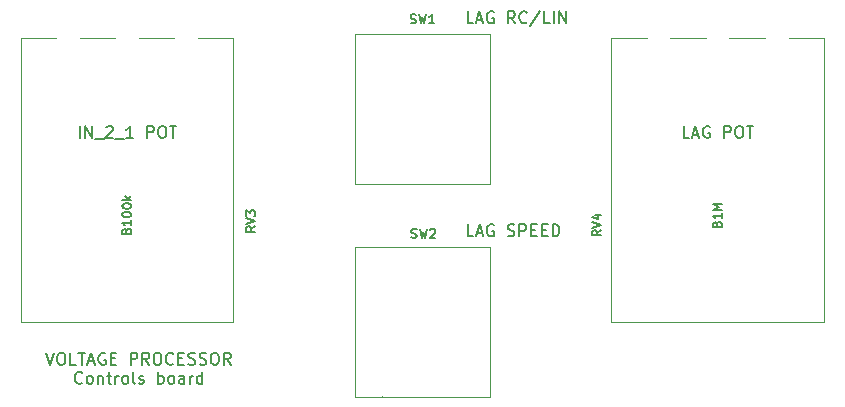
<source format=gto>
G04 #@! TF.GenerationSoftware,KiCad,Pcbnew,6.0.7-f9a2dced07~116~ubuntu22.04.1*
G04 #@! TF.CreationDate,2022-09-02T23:43:53-04:00*
G04 #@! TF.ProjectId,voltproc_b2,766f6c74-7072-46f6-935f-62322e6b6963,rev?*
G04 #@! TF.SameCoordinates,Original*
G04 #@! TF.FileFunction,Legend,Top*
G04 #@! TF.FilePolarity,Positive*
%FSLAX46Y46*%
G04 Gerber Fmt 4.6, Leading zero omitted, Abs format (unit mm)*
G04 Created by KiCad (PCBNEW 6.0.7-f9a2dced07~116~ubuntu22.04.1) date 2022-09-02 23:43:53*
%MOMM*%
%LPD*%
G01*
G04 APERTURE LIST*
%ADD10C,0.150000*%
%ADD11C,0.120000*%
G04 APERTURE END LIST*
D10*
X54815047Y-40272380D02*
X54338857Y-40272380D01*
X54338857Y-39272380D01*
X55100761Y-39986666D02*
X55576952Y-39986666D01*
X55005523Y-40272380D02*
X55338857Y-39272380D01*
X55672190Y-40272380D01*
X56529333Y-39320000D02*
X56434095Y-39272380D01*
X56291238Y-39272380D01*
X56148380Y-39320000D01*
X56053142Y-39415238D01*
X56005523Y-39510476D01*
X55957904Y-39700952D01*
X55957904Y-39843809D01*
X56005523Y-40034285D01*
X56053142Y-40129523D01*
X56148380Y-40224761D01*
X56291238Y-40272380D01*
X56386476Y-40272380D01*
X56529333Y-40224761D01*
X56576952Y-40177142D01*
X56576952Y-39843809D01*
X56386476Y-39843809D01*
X57719809Y-40224761D02*
X57862666Y-40272380D01*
X58100761Y-40272380D01*
X58196000Y-40224761D01*
X58243619Y-40177142D01*
X58291238Y-40081904D01*
X58291238Y-39986666D01*
X58243619Y-39891428D01*
X58196000Y-39843809D01*
X58100761Y-39796190D01*
X57910285Y-39748571D01*
X57815047Y-39700952D01*
X57767428Y-39653333D01*
X57719809Y-39558095D01*
X57719809Y-39462857D01*
X57767428Y-39367619D01*
X57815047Y-39320000D01*
X57910285Y-39272380D01*
X58148380Y-39272380D01*
X58291238Y-39320000D01*
X58719809Y-40272380D02*
X58719809Y-39272380D01*
X59100761Y-39272380D01*
X59196000Y-39320000D01*
X59243619Y-39367619D01*
X59291238Y-39462857D01*
X59291238Y-39605714D01*
X59243619Y-39700952D01*
X59196000Y-39748571D01*
X59100761Y-39796190D01*
X58719809Y-39796190D01*
X59719809Y-39748571D02*
X60053142Y-39748571D01*
X60196000Y-40272380D02*
X59719809Y-40272380D01*
X59719809Y-39272380D01*
X60196000Y-39272380D01*
X60624571Y-39748571D02*
X60957904Y-39748571D01*
X61100761Y-40272380D02*
X60624571Y-40272380D01*
X60624571Y-39272380D01*
X61100761Y-39272380D01*
X61529333Y-40272380D02*
X61529333Y-39272380D01*
X61767428Y-39272380D01*
X61910285Y-39320000D01*
X62005523Y-39415238D01*
X62053142Y-39510476D01*
X62100761Y-39700952D01*
X62100761Y-39843809D01*
X62053142Y-40034285D01*
X62005523Y-40129523D01*
X61910285Y-40224761D01*
X61767428Y-40272380D01*
X61529333Y-40272380D01*
X18642857Y-50147380D02*
X18976190Y-51147380D01*
X19309523Y-50147380D01*
X19833333Y-50147380D02*
X20023809Y-50147380D01*
X20119047Y-50195000D01*
X20214285Y-50290238D01*
X20261904Y-50480714D01*
X20261904Y-50814047D01*
X20214285Y-51004523D01*
X20119047Y-51099761D01*
X20023809Y-51147380D01*
X19833333Y-51147380D01*
X19738095Y-51099761D01*
X19642857Y-51004523D01*
X19595238Y-50814047D01*
X19595238Y-50480714D01*
X19642857Y-50290238D01*
X19738095Y-50195000D01*
X19833333Y-50147380D01*
X21166666Y-51147380D02*
X20690476Y-51147380D01*
X20690476Y-50147380D01*
X21357142Y-50147380D02*
X21928571Y-50147380D01*
X21642857Y-51147380D02*
X21642857Y-50147380D01*
X22214285Y-50861666D02*
X22690476Y-50861666D01*
X22119047Y-51147380D02*
X22452380Y-50147380D01*
X22785714Y-51147380D01*
X23642857Y-50195000D02*
X23547619Y-50147380D01*
X23404761Y-50147380D01*
X23261904Y-50195000D01*
X23166666Y-50290238D01*
X23119047Y-50385476D01*
X23071428Y-50575952D01*
X23071428Y-50718809D01*
X23119047Y-50909285D01*
X23166666Y-51004523D01*
X23261904Y-51099761D01*
X23404761Y-51147380D01*
X23500000Y-51147380D01*
X23642857Y-51099761D01*
X23690476Y-51052142D01*
X23690476Y-50718809D01*
X23500000Y-50718809D01*
X24119047Y-50623571D02*
X24452380Y-50623571D01*
X24595238Y-51147380D02*
X24119047Y-51147380D01*
X24119047Y-50147380D01*
X24595238Y-50147380D01*
X25785714Y-51147380D02*
X25785714Y-50147380D01*
X26166666Y-50147380D01*
X26261904Y-50195000D01*
X26309523Y-50242619D01*
X26357142Y-50337857D01*
X26357142Y-50480714D01*
X26309523Y-50575952D01*
X26261904Y-50623571D01*
X26166666Y-50671190D01*
X25785714Y-50671190D01*
X27357142Y-51147380D02*
X27023809Y-50671190D01*
X26785714Y-51147380D02*
X26785714Y-50147380D01*
X27166666Y-50147380D01*
X27261904Y-50195000D01*
X27309523Y-50242619D01*
X27357142Y-50337857D01*
X27357142Y-50480714D01*
X27309523Y-50575952D01*
X27261904Y-50623571D01*
X27166666Y-50671190D01*
X26785714Y-50671190D01*
X27976190Y-50147380D02*
X28166666Y-50147380D01*
X28261904Y-50195000D01*
X28357142Y-50290238D01*
X28404761Y-50480714D01*
X28404761Y-50814047D01*
X28357142Y-51004523D01*
X28261904Y-51099761D01*
X28166666Y-51147380D01*
X27976190Y-51147380D01*
X27880952Y-51099761D01*
X27785714Y-51004523D01*
X27738095Y-50814047D01*
X27738095Y-50480714D01*
X27785714Y-50290238D01*
X27880952Y-50195000D01*
X27976190Y-50147380D01*
X29404761Y-51052142D02*
X29357142Y-51099761D01*
X29214285Y-51147380D01*
X29119047Y-51147380D01*
X28976190Y-51099761D01*
X28880952Y-51004523D01*
X28833333Y-50909285D01*
X28785714Y-50718809D01*
X28785714Y-50575952D01*
X28833333Y-50385476D01*
X28880952Y-50290238D01*
X28976190Y-50195000D01*
X29119047Y-50147380D01*
X29214285Y-50147380D01*
X29357142Y-50195000D01*
X29404761Y-50242619D01*
X29833333Y-50623571D02*
X30166666Y-50623571D01*
X30309523Y-51147380D02*
X29833333Y-51147380D01*
X29833333Y-50147380D01*
X30309523Y-50147380D01*
X30690476Y-51099761D02*
X30833333Y-51147380D01*
X31071428Y-51147380D01*
X31166666Y-51099761D01*
X31214285Y-51052142D01*
X31261904Y-50956904D01*
X31261904Y-50861666D01*
X31214285Y-50766428D01*
X31166666Y-50718809D01*
X31071428Y-50671190D01*
X30880952Y-50623571D01*
X30785714Y-50575952D01*
X30738095Y-50528333D01*
X30690476Y-50433095D01*
X30690476Y-50337857D01*
X30738095Y-50242619D01*
X30785714Y-50195000D01*
X30880952Y-50147380D01*
X31119047Y-50147380D01*
X31261904Y-50195000D01*
X31642857Y-51099761D02*
X31785714Y-51147380D01*
X32023809Y-51147380D01*
X32119047Y-51099761D01*
X32166666Y-51052142D01*
X32214285Y-50956904D01*
X32214285Y-50861666D01*
X32166666Y-50766428D01*
X32119047Y-50718809D01*
X32023809Y-50671190D01*
X31833333Y-50623571D01*
X31738095Y-50575952D01*
X31690476Y-50528333D01*
X31642857Y-50433095D01*
X31642857Y-50337857D01*
X31690476Y-50242619D01*
X31738095Y-50195000D01*
X31833333Y-50147380D01*
X32071428Y-50147380D01*
X32214285Y-50195000D01*
X32833333Y-50147380D02*
X33023809Y-50147380D01*
X33119047Y-50195000D01*
X33214285Y-50290238D01*
X33261904Y-50480714D01*
X33261904Y-50814047D01*
X33214285Y-51004523D01*
X33119047Y-51099761D01*
X33023809Y-51147380D01*
X32833333Y-51147380D01*
X32738095Y-51099761D01*
X32642857Y-51004523D01*
X32595238Y-50814047D01*
X32595238Y-50480714D01*
X32642857Y-50290238D01*
X32738095Y-50195000D01*
X32833333Y-50147380D01*
X34261904Y-51147380D02*
X33928571Y-50671190D01*
X33690476Y-51147380D02*
X33690476Y-50147380D01*
X34071428Y-50147380D01*
X34166666Y-50195000D01*
X34214285Y-50242619D01*
X34261904Y-50337857D01*
X34261904Y-50480714D01*
X34214285Y-50575952D01*
X34166666Y-50623571D01*
X34071428Y-50671190D01*
X33690476Y-50671190D01*
X21690476Y-52662142D02*
X21642857Y-52709761D01*
X21500000Y-52757380D01*
X21404761Y-52757380D01*
X21261904Y-52709761D01*
X21166666Y-52614523D01*
X21119047Y-52519285D01*
X21071428Y-52328809D01*
X21071428Y-52185952D01*
X21119047Y-51995476D01*
X21166666Y-51900238D01*
X21261904Y-51805000D01*
X21404761Y-51757380D01*
X21500000Y-51757380D01*
X21642857Y-51805000D01*
X21690476Y-51852619D01*
X22261904Y-52757380D02*
X22166666Y-52709761D01*
X22119047Y-52662142D01*
X22071428Y-52566904D01*
X22071428Y-52281190D01*
X22119047Y-52185952D01*
X22166666Y-52138333D01*
X22261904Y-52090714D01*
X22404761Y-52090714D01*
X22500000Y-52138333D01*
X22547619Y-52185952D01*
X22595238Y-52281190D01*
X22595238Y-52566904D01*
X22547619Y-52662142D01*
X22500000Y-52709761D01*
X22404761Y-52757380D01*
X22261904Y-52757380D01*
X23023809Y-52090714D02*
X23023809Y-52757380D01*
X23023809Y-52185952D02*
X23071428Y-52138333D01*
X23166666Y-52090714D01*
X23309523Y-52090714D01*
X23404761Y-52138333D01*
X23452380Y-52233571D01*
X23452380Y-52757380D01*
X23785714Y-52090714D02*
X24166666Y-52090714D01*
X23928571Y-51757380D02*
X23928571Y-52614523D01*
X23976190Y-52709761D01*
X24071428Y-52757380D01*
X24166666Y-52757380D01*
X24500000Y-52757380D02*
X24500000Y-52090714D01*
X24500000Y-52281190D02*
X24547619Y-52185952D01*
X24595238Y-52138333D01*
X24690476Y-52090714D01*
X24785714Y-52090714D01*
X25261904Y-52757380D02*
X25166666Y-52709761D01*
X25119047Y-52662142D01*
X25071428Y-52566904D01*
X25071428Y-52281190D01*
X25119047Y-52185952D01*
X25166666Y-52138333D01*
X25261904Y-52090714D01*
X25404761Y-52090714D01*
X25500000Y-52138333D01*
X25547619Y-52185952D01*
X25595238Y-52281190D01*
X25595238Y-52566904D01*
X25547619Y-52662142D01*
X25500000Y-52709761D01*
X25404761Y-52757380D01*
X25261904Y-52757380D01*
X26166666Y-52757380D02*
X26071428Y-52709761D01*
X26023809Y-52614523D01*
X26023809Y-51757380D01*
X26500000Y-52709761D02*
X26595238Y-52757380D01*
X26785714Y-52757380D01*
X26880952Y-52709761D01*
X26928571Y-52614523D01*
X26928571Y-52566904D01*
X26880952Y-52471666D01*
X26785714Y-52424047D01*
X26642857Y-52424047D01*
X26547619Y-52376428D01*
X26500000Y-52281190D01*
X26500000Y-52233571D01*
X26547619Y-52138333D01*
X26642857Y-52090714D01*
X26785714Y-52090714D01*
X26880952Y-52138333D01*
X28119047Y-52757380D02*
X28119047Y-51757380D01*
X28119047Y-52138333D02*
X28214285Y-52090714D01*
X28404761Y-52090714D01*
X28500000Y-52138333D01*
X28547619Y-52185952D01*
X28595238Y-52281190D01*
X28595238Y-52566904D01*
X28547619Y-52662142D01*
X28500000Y-52709761D01*
X28404761Y-52757380D01*
X28214285Y-52757380D01*
X28119047Y-52709761D01*
X29166666Y-52757380D02*
X29071428Y-52709761D01*
X29023809Y-52662142D01*
X28976190Y-52566904D01*
X28976190Y-52281190D01*
X29023809Y-52185952D01*
X29071428Y-52138333D01*
X29166666Y-52090714D01*
X29309523Y-52090714D01*
X29404761Y-52138333D01*
X29452380Y-52185952D01*
X29500000Y-52281190D01*
X29500000Y-52566904D01*
X29452380Y-52662142D01*
X29404761Y-52709761D01*
X29309523Y-52757380D01*
X29166666Y-52757380D01*
X30357142Y-52757380D02*
X30357142Y-52233571D01*
X30309523Y-52138333D01*
X30214285Y-52090714D01*
X30023809Y-52090714D01*
X29928571Y-52138333D01*
X30357142Y-52709761D02*
X30261904Y-52757380D01*
X30023809Y-52757380D01*
X29928571Y-52709761D01*
X29880952Y-52614523D01*
X29880952Y-52519285D01*
X29928571Y-52424047D01*
X30023809Y-52376428D01*
X30261904Y-52376428D01*
X30357142Y-52328809D01*
X30833333Y-52757380D02*
X30833333Y-52090714D01*
X30833333Y-52281190D02*
X30880952Y-52185952D01*
X30928571Y-52138333D01*
X31023809Y-52090714D01*
X31119047Y-52090714D01*
X31880952Y-52757380D02*
X31880952Y-51757380D01*
X31880952Y-52709761D02*
X31785714Y-52757380D01*
X31595238Y-52757380D01*
X31500000Y-52709761D01*
X31452380Y-52662142D01*
X31404761Y-52566904D01*
X31404761Y-52281190D01*
X31452380Y-52185952D01*
X31500000Y-52138333D01*
X31595238Y-52090714D01*
X31785714Y-52090714D01*
X31880952Y-52138333D01*
X21476190Y-31952380D02*
X21476190Y-30952380D01*
X21952380Y-31952380D02*
X21952380Y-30952380D01*
X22523809Y-31952380D01*
X22523809Y-30952380D01*
X22761904Y-32047619D02*
X23523809Y-32047619D01*
X23714285Y-31047619D02*
X23761904Y-31000000D01*
X23857142Y-30952380D01*
X24095238Y-30952380D01*
X24190476Y-31000000D01*
X24238095Y-31047619D01*
X24285714Y-31142857D01*
X24285714Y-31238095D01*
X24238095Y-31380952D01*
X23666666Y-31952380D01*
X24285714Y-31952380D01*
X24476190Y-32047619D02*
X25238095Y-32047619D01*
X26000000Y-31952380D02*
X25428571Y-31952380D01*
X25714285Y-31952380D02*
X25714285Y-30952380D01*
X25619047Y-31095238D01*
X25523809Y-31190476D01*
X25428571Y-31238095D01*
X27190476Y-31952380D02*
X27190476Y-30952380D01*
X27571428Y-30952380D01*
X27666666Y-31000000D01*
X27714285Y-31047619D01*
X27761904Y-31142857D01*
X27761904Y-31285714D01*
X27714285Y-31380952D01*
X27666666Y-31428571D01*
X27571428Y-31476190D01*
X27190476Y-31476190D01*
X28380952Y-30952380D02*
X28571428Y-30952380D01*
X28666666Y-31000000D01*
X28761904Y-31095238D01*
X28809523Y-31285714D01*
X28809523Y-31619047D01*
X28761904Y-31809523D01*
X28666666Y-31904761D01*
X28571428Y-31952380D01*
X28380952Y-31952380D01*
X28285714Y-31904761D01*
X28190476Y-31809523D01*
X28142857Y-31619047D01*
X28142857Y-31285714D01*
X28190476Y-31095238D01*
X28285714Y-31000000D01*
X28380952Y-30952380D01*
X29095238Y-30952380D02*
X29666666Y-30952380D01*
X29380952Y-31952380D02*
X29380952Y-30952380D01*
X54809523Y-22238380D02*
X54333333Y-22238380D01*
X54333333Y-21238380D01*
X55095238Y-21952666D02*
X55571428Y-21952666D01*
X55000000Y-22238380D02*
X55333333Y-21238380D01*
X55666666Y-22238380D01*
X56523809Y-21286000D02*
X56428571Y-21238380D01*
X56285714Y-21238380D01*
X56142857Y-21286000D01*
X56047619Y-21381238D01*
X56000000Y-21476476D01*
X55952380Y-21666952D01*
X55952380Y-21809809D01*
X56000000Y-22000285D01*
X56047619Y-22095523D01*
X56142857Y-22190761D01*
X56285714Y-22238380D01*
X56380952Y-22238380D01*
X56523809Y-22190761D01*
X56571428Y-22143142D01*
X56571428Y-21809809D01*
X56380952Y-21809809D01*
X58333333Y-22238380D02*
X58000000Y-21762190D01*
X57761904Y-22238380D02*
X57761904Y-21238380D01*
X58142857Y-21238380D01*
X58238095Y-21286000D01*
X58285714Y-21333619D01*
X58333333Y-21428857D01*
X58333333Y-21571714D01*
X58285714Y-21666952D01*
X58238095Y-21714571D01*
X58142857Y-21762190D01*
X57761904Y-21762190D01*
X59333333Y-22143142D02*
X59285714Y-22190761D01*
X59142857Y-22238380D01*
X59047619Y-22238380D01*
X58904761Y-22190761D01*
X58809523Y-22095523D01*
X58761904Y-22000285D01*
X58714285Y-21809809D01*
X58714285Y-21666952D01*
X58761904Y-21476476D01*
X58809523Y-21381238D01*
X58904761Y-21286000D01*
X59047619Y-21238380D01*
X59142857Y-21238380D01*
X59285714Y-21286000D01*
X59333333Y-21333619D01*
X60476190Y-21190761D02*
X59619047Y-22476476D01*
X61285714Y-22238380D02*
X60809523Y-22238380D01*
X60809523Y-21238380D01*
X61619047Y-22238380D02*
X61619047Y-21238380D01*
X62095238Y-22238380D02*
X62095238Y-21238380D01*
X62666666Y-22238380D01*
X62666666Y-21238380D01*
X73095238Y-31952380D02*
X72619047Y-31952380D01*
X72619047Y-30952380D01*
X73380952Y-31666666D02*
X73857142Y-31666666D01*
X73285714Y-31952380D02*
X73619047Y-30952380D01*
X73952380Y-31952380D01*
X74809523Y-31000000D02*
X74714285Y-30952380D01*
X74571428Y-30952380D01*
X74428571Y-31000000D01*
X74333333Y-31095238D01*
X74285714Y-31190476D01*
X74238095Y-31380952D01*
X74238095Y-31523809D01*
X74285714Y-31714285D01*
X74333333Y-31809523D01*
X74428571Y-31904761D01*
X74571428Y-31952380D01*
X74666666Y-31952380D01*
X74809523Y-31904761D01*
X74857142Y-31857142D01*
X74857142Y-31523809D01*
X74666666Y-31523809D01*
X76047619Y-31952380D02*
X76047619Y-30952380D01*
X76428571Y-30952380D01*
X76523809Y-31000000D01*
X76571428Y-31047619D01*
X76619047Y-31142857D01*
X76619047Y-31285714D01*
X76571428Y-31380952D01*
X76523809Y-31428571D01*
X76428571Y-31476190D01*
X76047619Y-31476190D01*
X77238095Y-30952380D02*
X77428571Y-30952380D01*
X77523809Y-31000000D01*
X77619047Y-31095238D01*
X77666666Y-31285714D01*
X77666666Y-31619047D01*
X77619047Y-31809523D01*
X77523809Y-31904761D01*
X77428571Y-31952380D01*
X77238095Y-31952380D01*
X77142857Y-31904761D01*
X77047619Y-31809523D01*
X77000000Y-31619047D01*
X77000000Y-31285714D01*
X77047619Y-31095238D01*
X77142857Y-31000000D01*
X77238095Y-30952380D01*
X77952380Y-30952380D02*
X78523809Y-30952380D01*
X78238095Y-31952380D02*
X78238095Y-30952380D01*
G04 #@! TO.C,SW1*
X49500000Y-22203571D02*
X49607142Y-22239285D01*
X49785714Y-22239285D01*
X49857142Y-22203571D01*
X49892857Y-22167857D01*
X49928571Y-22096428D01*
X49928571Y-22025000D01*
X49892857Y-21953571D01*
X49857142Y-21917857D01*
X49785714Y-21882142D01*
X49642857Y-21846428D01*
X49571428Y-21810714D01*
X49535714Y-21775000D01*
X49500000Y-21703571D01*
X49500000Y-21632142D01*
X49535714Y-21560714D01*
X49571428Y-21525000D01*
X49642857Y-21489285D01*
X49821428Y-21489285D01*
X49928571Y-21525000D01*
X50178571Y-21489285D02*
X50357142Y-22239285D01*
X50500000Y-21703571D01*
X50642857Y-22239285D01*
X50821428Y-21489285D01*
X51500000Y-22239285D02*
X51071428Y-22239285D01*
X51285714Y-22239285D02*
X51285714Y-21489285D01*
X51214285Y-21596428D01*
X51142857Y-21667857D01*
X51071428Y-21703571D01*
G04 #@! TO.C,RV3*
X36339285Y-39446428D02*
X35982142Y-39696428D01*
X36339285Y-39875000D02*
X35589285Y-39875000D01*
X35589285Y-39589285D01*
X35625000Y-39517857D01*
X35660714Y-39482142D01*
X35732142Y-39446428D01*
X35839285Y-39446428D01*
X35910714Y-39482142D01*
X35946428Y-39517857D01*
X35982142Y-39589285D01*
X35982142Y-39875000D01*
X35589285Y-39232142D02*
X36339285Y-38982142D01*
X35589285Y-38732142D01*
X35589285Y-38553571D02*
X35589285Y-38089285D01*
X35875000Y-38339285D01*
X35875000Y-38232142D01*
X35910714Y-38160714D01*
X35946428Y-38125000D01*
X36017857Y-38089285D01*
X36196428Y-38089285D01*
X36267857Y-38125000D01*
X36303571Y-38160714D01*
X36339285Y-38232142D01*
X36339285Y-38446428D01*
X36303571Y-38517857D01*
X36267857Y-38553571D01*
X25446428Y-39821428D02*
X25482142Y-39714285D01*
X25517857Y-39678571D01*
X25589285Y-39642857D01*
X25696428Y-39642857D01*
X25767857Y-39678571D01*
X25803571Y-39714285D01*
X25839285Y-39785714D01*
X25839285Y-40071428D01*
X25089285Y-40071428D01*
X25089285Y-39821428D01*
X25125000Y-39750000D01*
X25160714Y-39714285D01*
X25232142Y-39678571D01*
X25303571Y-39678571D01*
X25375000Y-39714285D01*
X25410714Y-39750000D01*
X25446428Y-39821428D01*
X25446428Y-40071428D01*
X25839285Y-38928571D02*
X25839285Y-39357142D01*
X25839285Y-39142857D02*
X25089285Y-39142857D01*
X25196428Y-39214285D01*
X25267857Y-39285714D01*
X25303571Y-39357142D01*
X25089285Y-38464285D02*
X25089285Y-38392857D01*
X25125000Y-38321428D01*
X25160714Y-38285714D01*
X25232142Y-38250000D01*
X25375000Y-38214285D01*
X25553571Y-38214285D01*
X25696428Y-38250000D01*
X25767857Y-38285714D01*
X25803571Y-38321428D01*
X25839285Y-38392857D01*
X25839285Y-38464285D01*
X25803571Y-38535714D01*
X25767857Y-38571428D01*
X25696428Y-38607142D01*
X25553571Y-38642857D01*
X25375000Y-38642857D01*
X25232142Y-38607142D01*
X25160714Y-38571428D01*
X25125000Y-38535714D01*
X25089285Y-38464285D01*
X25089285Y-37750000D02*
X25089285Y-37678571D01*
X25125000Y-37607142D01*
X25160714Y-37571428D01*
X25232142Y-37535714D01*
X25375000Y-37500000D01*
X25553571Y-37500000D01*
X25696428Y-37535714D01*
X25767857Y-37571428D01*
X25803571Y-37607142D01*
X25839285Y-37678571D01*
X25839285Y-37750000D01*
X25803571Y-37821428D01*
X25767857Y-37857142D01*
X25696428Y-37892857D01*
X25553571Y-37928571D01*
X25375000Y-37928571D01*
X25232142Y-37892857D01*
X25160714Y-37857142D01*
X25125000Y-37821428D01*
X25089285Y-37750000D01*
X25839285Y-37178571D02*
X25089285Y-37178571D01*
X25553571Y-37107142D02*
X25839285Y-36892857D01*
X25339285Y-36892857D02*
X25625000Y-37178571D01*
G04 #@! TO.C,SW2*
X49576000Y-40377571D02*
X49683142Y-40413285D01*
X49861714Y-40413285D01*
X49933142Y-40377571D01*
X49968857Y-40341857D01*
X50004571Y-40270428D01*
X50004571Y-40199000D01*
X49968857Y-40127571D01*
X49933142Y-40091857D01*
X49861714Y-40056142D01*
X49718857Y-40020428D01*
X49647428Y-39984714D01*
X49611714Y-39949000D01*
X49576000Y-39877571D01*
X49576000Y-39806142D01*
X49611714Y-39734714D01*
X49647428Y-39699000D01*
X49718857Y-39663285D01*
X49897428Y-39663285D01*
X50004571Y-39699000D01*
X50254571Y-39663285D02*
X50433142Y-40413285D01*
X50576000Y-39877571D01*
X50718857Y-40413285D01*
X50897428Y-39663285D01*
X51147428Y-39734714D02*
X51183142Y-39699000D01*
X51254571Y-39663285D01*
X51433142Y-39663285D01*
X51504571Y-39699000D01*
X51540285Y-39734714D01*
X51576000Y-39806142D01*
X51576000Y-39877571D01*
X51540285Y-39984714D01*
X51111714Y-40413285D01*
X51576000Y-40413285D01*
G04 #@! TO.C,RV4*
X65647285Y-39758428D02*
X65290142Y-40008428D01*
X65647285Y-40187000D02*
X64897285Y-40187000D01*
X64897285Y-39901285D01*
X64933000Y-39829857D01*
X64968714Y-39794142D01*
X65040142Y-39758428D01*
X65147285Y-39758428D01*
X65218714Y-39794142D01*
X65254428Y-39829857D01*
X65290142Y-39901285D01*
X65290142Y-40187000D01*
X64897285Y-39544142D02*
X65647285Y-39294142D01*
X64897285Y-39044142D01*
X65147285Y-38472714D02*
X65647285Y-38472714D01*
X64861571Y-38651285D02*
X65397285Y-38829857D01*
X65397285Y-38365571D01*
X75446428Y-39232142D02*
X75482142Y-39125000D01*
X75517857Y-39089285D01*
X75589285Y-39053571D01*
X75696428Y-39053571D01*
X75767857Y-39089285D01*
X75803571Y-39125000D01*
X75839285Y-39196428D01*
X75839285Y-39482142D01*
X75089285Y-39482142D01*
X75089285Y-39232142D01*
X75125000Y-39160714D01*
X75160714Y-39125000D01*
X75232142Y-39089285D01*
X75303571Y-39089285D01*
X75375000Y-39125000D01*
X75410714Y-39160714D01*
X75446428Y-39232142D01*
X75446428Y-39482142D01*
X75839285Y-38339285D02*
X75839285Y-38767857D01*
X75839285Y-38553571D02*
X75089285Y-38553571D01*
X75196428Y-38625000D01*
X75267857Y-38696428D01*
X75303571Y-38767857D01*
X75839285Y-38017857D02*
X75089285Y-38017857D01*
X75625000Y-37767857D01*
X75089285Y-37517857D01*
X75839285Y-37517857D01*
D11*
G04 #@! TO.C,SW1*
X44785000Y-35840000D02*
X44785000Y-23150000D01*
X53920000Y-23150000D02*
X53920000Y-23160000D01*
X56215000Y-35850000D02*
X44785000Y-35850000D01*
X56215000Y-23150000D02*
X56215000Y-35850000D01*
X44785000Y-23150000D02*
X56215000Y-23150000D01*
G04 #@! TO.C,RV3*
X34500000Y-23500000D02*
X34500000Y-47500000D01*
X26500000Y-23500000D02*
X29500000Y-23500000D01*
X31500000Y-23500000D02*
X34500000Y-23500000D01*
X21500000Y-23500000D02*
X24500000Y-23500000D01*
X16500000Y-23500000D02*
X19500000Y-23500000D01*
X34500000Y-47500000D02*
X16500000Y-47500000D01*
X16500000Y-47500000D02*
X16500000Y-23500000D01*
G04 #@! TO.C,SW2*
X47080000Y-53850000D02*
X47080000Y-53840000D01*
X56215000Y-41160000D02*
X56215000Y-53850000D01*
X44785000Y-41150000D02*
X56215000Y-41150000D01*
X56215000Y-53850000D02*
X44785000Y-53850000D01*
X44785000Y-53850000D02*
X44785000Y-41150000D01*
G04 #@! TO.C,RV4*
X66500000Y-47500000D02*
X66500000Y-23500000D01*
X71500000Y-23500000D02*
X74500000Y-23500000D01*
X76500000Y-23500000D02*
X79500000Y-23500000D01*
X84500000Y-23500000D02*
X84500000Y-47500000D01*
X81500000Y-23500000D02*
X84500000Y-23500000D01*
X84500000Y-47500000D02*
X66500000Y-47500000D01*
X66500000Y-23500000D02*
X69500000Y-23500000D01*
G04 #@! TD*
M02*

</source>
